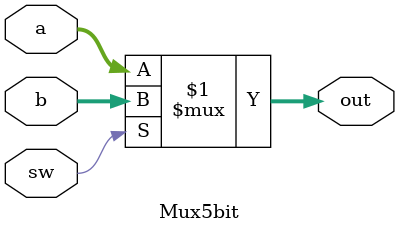
<source format=v>
`timescale 1ns / 1ps
module Mux5bit(
    input [4:0]a,
    input [4:0]b,
    input sw,
    output [4:0]out
    );

assign out=sw?b:a;


endmodule
</source>
